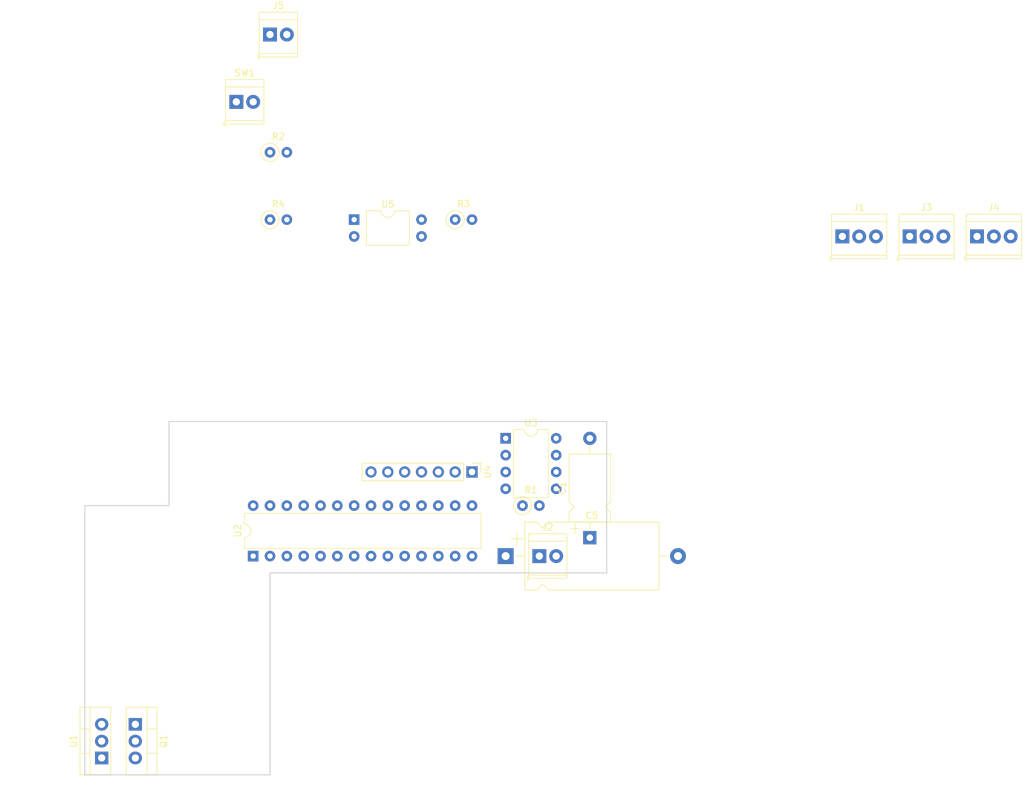
<source format=kicad_pcb>
(kicad_pcb (version 20171130) (host pcbnew "(5.0.2)-1")

  (general
    (thickness 1.6)
    (drawings 16)
    (tracks 0)
    (zones 0)
    (modules 18)
    (nets 41)
  )

  (page A4)
  (layers
    (0 F.Cu signal)
    (31 B.Cu signal)
    (36 B.SilkS user)
    (37 F.SilkS user)
    (38 B.Mask user)
    (39 F.Mask user)
    (41 Cmts.User user)
    (44 Edge.Cuts user)
    (45 Margin user)
    (46 B.CrtYd user)
    (47 F.CrtYd user)
    (48 B.Fab user)
    (49 F.Fab user)
  )

  (setup
    (last_trace_width 0.1524)
    (user_trace_width 0.254)
    (user_trace_width 0.635)
    (user_trace_width 1.27)
    (user_trace_width 2.54)
    (trace_clearance 0.1524)
    (zone_clearance 0.508)
    (zone_45_only no)
    (trace_min 0.1524)
    (segment_width 0.2)
    (edge_width 0.15)
    (via_size 0.6858)
    (via_drill 0.3302)
    (via_min_size 0.508)
    (via_min_drill 0.254)
    (uvia_size 0.6858)
    (uvia_drill 0.3302)
    (uvias_allowed no)
    (uvia_min_size 0.2)
    (uvia_min_drill 0.1)
    (pcb_text_width 0.3)
    (pcb_text_size 1.5 1.5)
    (mod_edge_width 0.15)
    (mod_text_size 1 1)
    (mod_text_width 0.15)
    (pad_size 1.524 1.524)
    (pad_drill 0.762)
    (pad_to_mask_clearance 0.0508)
    (solder_mask_min_width 0.25)
    (aux_axis_origin 0 0)
    (visible_elements 7FFFF7FF)
    (pcbplotparams
      (layerselection 0x010fc_ffffffff)
      (usegerberextensions false)
      (usegerberattributes false)
      (usegerberadvancedattributes false)
      (creategerberjobfile false)
      (excludeedgelayer true)
      (linewidth 0.100000)
      (plotframeref false)
      (viasonmask false)
      (mode 1)
      (useauxorigin false)
      (hpglpennumber 1)
      (hpglpenspeed 20)
      (hpglpendiameter 15.000000)
      (psnegative false)
      (psa4output false)
      (plotreference true)
      (plotvalue true)
      (plotinvisibletext false)
      (padsonsilk false)
      (subtractmaskfromsilk false)
      (outputformat 1)
      (mirror false)
      (drillshape 1)
      (scaleselection 1)
      (outputdirectory ""))
  )

  (net 0 "")
  (net 1 "Net-(C1-Pad1)")
  (net 2 "Net-(C1-Pad2)")
  (net 3 "Net-(C5-Pad2)")
  (net 4 /led_bl3)
  (net 5 +3V3)
  (net 6 +9V)
  (net 7 "Net-(U2-Pad1)")
  (net 8 "Net-(U2-Pad3)")
  (net 9 "Net-(U2-Pad4)")
  (net 10 "Net-(U2-Pad20)")
  (net 11 "Net-(U2-Pad21)")
  (net 12 "Net-(U2-Pad10)")
  (net 13 "Net-(U2-Pad11)")
  (net 14 "Net-(U2-Pad12)")
  (net 15 "Net-(U2-Pad13)")
  (net 16 /sd_cs)
  (net 17 /sd_di)
  (net 18 /sd_do)
  (net 19 /sd_sck)
  (net 20 /led_bl0)
  (net 21 /led_bl1)
  (net 22 /led_bs0)
  (net 23 /led_bs1)
  (net 24 /led_bl2)
  (net 25 "Net-(U2-Pad14)")
  (net 26 "Net-(C5-Pad1)")
  (net 27 BGND)
  (net 28 DGND)
  (net 29 "Net-(Q1-Pad2)")
  (net 30 "Net-(R1-Pad1)")
  (net 31 "Net-(R3-Pad1)")
  (net 32 PWR_OFF)
  (net 33 "Net-(R4-Pad2)")
  (net 34 "Net-(U2-Pad2)")
  (net 35 "Net-(U3-Pad1)")
  (net 36 "Net-(U3-Pad7)")
  (net 37 "Net-(U3-Pad8)")
  (net 38 "Net-(U2-Pad5)")
  (net 39 "Net-(U4-Pad1)")
  (net 40 "Net-(U2-Pad6)")

  (net_class Default "This is the default net class."
    (clearance 0.1524)
    (trace_width 0.1524)
    (via_dia 0.6858)
    (via_drill 0.3302)
    (uvia_dia 0.6858)
    (uvia_drill 0.3302)
    (add_net +3V3)
    (add_net +9V)
    (add_net /led_bl0)
    (add_net /led_bl1)
    (add_net /led_bl2)
    (add_net /led_bl3)
    (add_net /led_bs0)
    (add_net /led_bs1)
    (add_net /sd_cs)
    (add_net /sd_di)
    (add_net /sd_do)
    (add_net /sd_sck)
    (add_net BGND)
    (add_net DGND)
    (add_net "Net-(C1-Pad1)")
    (add_net "Net-(C1-Pad2)")
    (add_net "Net-(C5-Pad1)")
    (add_net "Net-(C5-Pad2)")
    (add_net "Net-(Q1-Pad2)")
    (add_net "Net-(R1-Pad1)")
    (add_net "Net-(R3-Pad1)")
    (add_net "Net-(R4-Pad2)")
    (add_net "Net-(U2-Pad1)")
    (add_net "Net-(U2-Pad10)")
    (add_net "Net-(U2-Pad11)")
    (add_net "Net-(U2-Pad12)")
    (add_net "Net-(U2-Pad13)")
    (add_net "Net-(U2-Pad14)")
    (add_net "Net-(U2-Pad2)")
    (add_net "Net-(U2-Pad20)")
    (add_net "Net-(U2-Pad21)")
    (add_net "Net-(U2-Pad3)")
    (add_net "Net-(U2-Pad4)")
    (add_net "Net-(U2-Pad5)")
    (add_net "Net-(U2-Pad6)")
    (add_net "Net-(U3-Pad1)")
    (add_net "Net-(U3-Pad7)")
    (add_net "Net-(U3-Pad8)")
    (add_net "Net-(U4-Pad1)")
    (add_net PWR_OFF)
  )

  (module Package_DIP:DIP-28_W7.62mm (layer F.Cu) (tedit 5A02E8C5) (tstamp 5D72749F)
    (at 50.8 144.78 90)
    (descr "28-lead though-hole mounted DIP package, row spacing 7.62 mm (300 mils)")
    (tags "THT DIP DIL PDIP 2.54mm 7.62mm 300mil")
    (path /5BB68499)
    (fp_text reference U2 (at 3.81 -2.33 90) (layer F.SilkS)
      (effects (font (size 1 1) (thickness 0.15)))
    )
    (fp_text value ATmega328P-PU (at 3.81 35.35 90) (layer F.Fab)
      (effects (font (size 1 1) (thickness 0.15)))
    )
    (fp_arc (start 3.81 -1.33) (end 2.81 -1.33) (angle -180) (layer F.SilkS) (width 0.12))
    (fp_line (start 1.635 -1.27) (end 6.985 -1.27) (layer F.Fab) (width 0.1))
    (fp_line (start 6.985 -1.27) (end 6.985 34.29) (layer F.Fab) (width 0.1))
    (fp_line (start 6.985 34.29) (end 0.635 34.29) (layer F.Fab) (width 0.1))
    (fp_line (start 0.635 34.29) (end 0.635 -0.27) (layer F.Fab) (width 0.1))
    (fp_line (start 0.635 -0.27) (end 1.635 -1.27) (layer F.Fab) (width 0.1))
    (fp_line (start 2.81 -1.33) (end 1.16 -1.33) (layer F.SilkS) (width 0.12))
    (fp_line (start 1.16 -1.33) (end 1.16 34.35) (layer F.SilkS) (width 0.12))
    (fp_line (start 1.16 34.35) (end 6.46 34.35) (layer F.SilkS) (width 0.12))
    (fp_line (start 6.46 34.35) (end 6.46 -1.33) (layer F.SilkS) (width 0.12))
    (fp_line (start 6.46 -1.33) (end 4.81 -1.33) (layer F.SilkS) (width 0.12))
    (fp_line (start -1.1 -1.55) (end -1.1 34.55) (layer F.CrtYd) (width 0.05))
    (fp_line (start -1.1 34.55) (end 8.7 34.55) (layer F.CrtYd) (width 0.05))
    (fp_line (start 8.7 34.55) (end 8.7 -1.55) (layer F.CrtYd) (width 0.05))
    (fp_line (start 8.7 -1.55) (end -1.1 -1.55) (layer F.CrtYd) (width 0.05))
    (fp_text user %R (at 3.81 16.51 90) (layer F.Fab)
      (effects (font (size 1 1) (thickness 0.15)))
    )
    (pad 1 thru_hole rect (at 0 0 90) (size 1.6 1.6) (drill 0.8) (layers *.Cu *.Mask)
      (net 7 "Net-(U2-Pad1)"))
    (pad 15 thru_hole oval (at 7.62 33.02 90) (size 1.6 1.6) (drill 0.8) (layers *.Cu *.Mask)
      (net 30 "Net-(R1-Pad1)"))
    (pad 2 thru_hole oval (at 0 2.54 90) (size 1.6 1.6) (drill 0.8) (layers *.Cu *.Mask)
      (net 34 "Net-(U2-Pad2)"))
    (pad 16 thru_hole oval (at 7.62 30.48 90) (size 1.6 1.6) (drill 0.8) (layers *.Cu *.Mask)
      (net 16 /sd_cs))
    (pad 3 thru_hole oval (at 0 5.08 90) (size 1.6 1.6) (drill 0.8) (layers *.Cu *.Mask)
      (net 8 "Net-(U2-Pad3)"))
    (pad 17 thru_hole oval (at 7.62 27.94 90) (size 1.6 1.6) (drill 0.8) (layers *.Cu *.Mask)
      (net 17 /sd_di))
    (pad 4 thru_hole oval (at 0 7.62 90) (size 1.6 1.6) (drill 0.8) (layers *.Cu *.Mask)
      (net 9 "Net-(U2-Pad4)"))
    (pad 18 thru_hole oval (at 7.62 25.4 90) (size 1.6 1.6) (drill 0.8) (layers *.Cu *.Mask)
      (net 18 /sd_do))
    (pad 5 thru_hole oval (at 0 10.16 90) (size 1.6 1.6) (drill 0.8) (layers *.Cu *.Mask)
      (net 38 "Net-(U2-Pad5)"))
    (pad 19 thru_hole oval (at 7.62 22.86 90) (size 1.6 1.6) (drill 0.8) (layers *.Cu *.Mask)
      (net 19 /sd_sck))
    (pad 6 thru_hole oval (at 0 12.7 90) (size 1.6 1.6) (drill 0.8) (layers *.Cu *.Mask)
      (net 40 "Net-(U2-Pad6)"))
    (pad 20 thru_hole oval (at 7.62 20.32 90) (size 1.6 1.6) (drill 0.8) (layers *.Cu *.Mask)
      (net 10 "Net-(U2-Pad20)"))
    (pad 7 thru_hole oval (at 0 15.24 90) (size 1.6 1.6) (drill 0.8) (layers *.Cu *.Mask)
      (net 5 +3V3))
    (pad 21 thru_hole oval (at 7.62 17.78 90) (size 1.6 1.6) (drill 0.8) (layers *.Cu *.Mask)
      (net 11 "Net-(U2-Pad21)"))
    (pad 8 thru_hole oval (at 0 17.78 90) (size 1.6 1.6) (drill 0.8) (layers *.Cu *.Mask)
      (net 28 DGND))
    (pad 22 thru_hole oval (at 7.62 15.24 90) (size 1.6 1.6) (drill 0.8) (layers *.Cu *.Mask)
      (net 28 DGND))
    (pad 9 thru_hole oval (at 0 20.32 90) (size 1.6 1.6) (drill 0.8) (layers *.Cu *.Mask)
      (net 32 PWR_OFF))
    (pad 23 thru_hole oval (at 7.62 12.7 90) (size 1.6 1.6) (drill 0.8) (layers *.Cu *.Mask)
      (net 20 /led_bl0))
    (pad 10 thru_hole oval (at 0 22.86 90) (size 1.6 1.6) (drill 0.8) (layers *.Cu *.Mask)
      (net 12 "Net-(U2-Pad10)"))
    (pad 24 thru_hole oval (at 7.62 10.16 90) (size 1.6 1.6) (drill 0.8) (layers *.Cu *.Mask)
      (net 21 /led_bl1))
    (pad 11 thru_hole oval (at 0 25.4 90) (size 1.6 1.6) (drill 0.8) (layers *.Cu *.Mask)
      (net 13 "Net-(U2-Pad11)"))
    (pad 25 thru_hole oval (at 7.62 7.62 90) (size 1.6 1.6) (drill 0.8) (layers *.Cu *.Mask)
      (net 22 /led_bs0))
    (pad 12 thru_hole oval (at 0 27.94 90) (size 1.6 1.6) (drill 0.8) (layers *.Cu *.Mask)
      (net 14 "Net-(U2-Pad12)"))
    (pad 26 thru_hole oval (at 7.62 5.08 90) (size 1.6 1.6) (drill 0.8) (layers *.Cu *.Mask)
      (net 24 /led_bl2))
    (pad 13 thru_hole oval (at 0 30.48 90) (size 1.6 1.6) (drill 0.8) (layers *.Cu *.Mask)
      (net 15 "Net-(U2-Pad13)"))
    (pad 27 thru_hole oval (at 7.62 2.54 90) (size 1.6 1.6) (drill 0.8) (layers *.Cu *.Mask)
      (net 4 /led_bl3))
    (pad 14 thru_hole oval (at 0 33.02 90) (size 1.6 1.6) (drill 0.8) (layers *.Cu *.Mask)
      (net 25 "Net-(U2-Pad14)"))
    (pad 28 thru_hole oval (at 7.62 0 90) (size 1.6 1.6) (drill 0.8) (layers *.Cu *.Mask)
      (net 23 /led_bs1))
    (model ${KISYS3DMOD}/Package_DIP.3dshapes/DIP-28_W7.62mm.wrl
      (at (xyz 0 0 0))
      (scale (xyz 1 1 1))
      (rotate (xyz 0 0 0))
    )
  )

  (module Connector_PinHeader_2.54mm:PinHeader_1x07_P2.54mm_Vertical (layer F.Cu) (tedit 59FED5CC) (tstamp 5D727B0F)
    (at 83.82 132.08 270)
    (descr "Through hole straight pin header, 1x07, 2.54mm pitch, single row")
    (tags "Through hole pin header THT 1x07 2.54mm single row")
    (path /5BB68AD9)
    (fp_text reference U4 (at 0 -2.33 270) (layer F.SilkS)
      (effects (font (size 1 1) (thickness 0.15)))
    )
    (fp_text value BOB-00544 (at 0 17.57 270) (layer F.Fab)
      (effects (font (size 1 1) (thickness 0.15)))
    )
    (fp_line (start -0.635 -1.27) (end 1.27 -1.27) (layer F.Fab) (width 0.1))
    (fp_line (start 1.27 -1.27) (end 1.27 16.51) (layer F.Fab) (width 0.1))
    (fp_line (start 1.27 16.51) (end -1.27 16.51) (layer F.Fab) (width 0.1))
    (fp_line (start -1.27 16.51) (end -1.27 -0.635) (layer F.Fab) (width 0.1))
    (fp_line (start -1.27 -0.635) (end -0.635 -1.27) (layer F.Fab) (width 0.1))
    (fp_line (start -1.33 16.57) (end 1.33 16.57) (layer F.SilkS) (width 0.12))
    (fp_line (start -1.33 1.27) (end -1.33 16.57) (layer F.SilkS) (width 0.12))
    (fp_line (start 1.33 1.27) (end 1.33 16.57) (layer F.SilkS) (width 0.12))
    (fp_line (start -1.33 1.27) (end 1.33 1.27) (layer F.SilkS) (width 0.12))
    (fp_line (start -1.33 0) (end -1.33 -1.33) (layer F.SilkS) (width 0.12))
    (fp_line (start -1.33 -1.33) (end 0 -1.33) (layer F.SilkS) (width 0.12))
    (fp_line (start -1.8 -1.8) (end -1.8 17.05) (layer F.CrtYd) (width 0.05))
    (fp_line (start -1.8 17.05) (end 1.8 17.05) (layer F.CrtYd) (width 0.05))
    (fp_line (start 1.8 17.05) (end 1.8 -1.8) (layer F.CrtYd) (width 0.05))
    (fp_line (start 1.8 -1.8) (end -1.8 -1.8) (layer F.CrtYd) (width 0.05))
    (fp_text user %R (at 0 7.62) (layer F.Fab)
      (effects (font (size 1 1) (thickness 0.15)))
    )
    (pad 1 thru_hole rect (at 0 0 270) (size 1.7 1.7) (drill 1) (layers *.Cu *.Mask)
      (net 39 "Net-(U4-Pad1)"))
    (pad 2 thru_hole oval (at 0 2.54 270) (size 1.7 1.7) (drill 1) (layers *.Cu *.Mask)
      (net 18 /sd_do))
    (pad 3 thru_hole oval (at 0 5.08 270) (size 1.7 1.7) (drill 1) (layers *.Cu *.Mask)
      (net 28 DGND))
    (pad 4 thru_hole oval (at 0 7.62 270) (size 1.7 1.7) (drill 1) (layers *.Cu *.Mask)
      (net 19 /sd_sck))
    (pad 5 thru_hole oval (at 0 10.16 270) (size 1.7 1.7) (drill 1) (layers *.Cu *.Mask)
      (net 5 +3V3))
    (pad 6 thru_hole oval (at 0 12.7 270) (size 1.7 1.7) (drill 1) (layers *.Cu *.Mask)
      (net 17 /sd_di))
    (pad 7 thru_hole oval (at 0 15.24 270) (size 1.7 1.7) (drill 1) (layers *.Cu *.Mask)
      (net 16 /sd_cs))
    (model ${KISYS3DMOD}/Connector_PinHeader_2.54mm.3dshapes/PinHeader_1x07_P2.54mm_Vertical.wrl
      (at (xyz 0 0 0))
      (scale (xyz 1 1 1))
      (rotate (xyz 0 0 0))
    )
  )

  (module Capacitor_THT:CP_Axial_L10.0mm_D6.0mm_P15.00mm_Horizontal (layer F.Cu) (tedit 5AE50EF2) (tstamp 5D7298C2)
    (at 101.6 142 90)
    (descr "CP, Axial series, Axial, Horizontal, pin pitch=15mm, , length*diameter=10*6mm^2, Electrolytic Capacitor, , http://www.vishay.com/docs/28325/021asm.pdf")
    (tags "CP Axial series Axial Horizontal pin pitch 15mm  length 10mm diameter 6mm Electrolytic Capacitor")
    (path /5BBE6099)
    (fp_text reference C1 (at 7.5 -4.12 90) (layer F.SilkS)
      (effects (font (size 1 1) (thickness 0.15)))
    )
    (fp_text value 10uF (at 7.5 4.12 90) (layer F.Fab)
      (effects (font (size 1 1) (thickness 0.15)))
    )
    (fp_line (start 2.5 -3) (end 2.5 3) (layer F.Fab) (width 0.1))
    (fp_line (start 12.5 -3) (end 12.5 3) (layer F.Fab) (width 0.1))
    (fp_line (start 2.5 -3) (end 3.88 -3) (layer F.Fab) (width 0.1))
    (fp_line (start 3.88 -3) (end 4.63 -2.25) (layer F.Fab) (width 0.1))
    (fp_line (start 4.63 -2.25) (end 5.38 -3) (layer F.Fab) (width 0.1))
    (fp_line (start 5.38 -3) (end 12.5 -3) (layer F.Fab) (width 0.1))
    (fp_line (start 2.5 3) (end 3.88 3) (layer F.Fab) (width 0.1))
    (fp_line (start 3.88 3) (end 4.63 2.25) (layer F.Fab) (width 0.1))
    (fp_line (start 4.63 2.25) (end 5.38 3) (layer F.Fab) (width 0.1))
    (fp_line (start 5.38 3) (end 12.5 3) (layer F.Fab) (width 0.1))
    (fp_line (start 0 0) (end 2.5 0) (layer F.Fab) (width 0.1))
    (fp_line (start 15 0) (end 12.5 0) (layer F.Fab) (width 0.1))
    (fp_line (start 3.9 0) (end 5.4 0) (layer F.Fab) (width 0.1))
    (fp_line (start 4.65 -0.75) (end 4.65 0.75) (layer F.Fab) (width 0.1))
    (fp_line (start 0.63 -2.2) (end 2.13 -2.2) (layer F.SilkS) (width 0.12))
    (fp_line (start 1.38 -2.95) (end 1.38 -1.45) (layer F.SilkS) (width 0.12))
    (fp_line (start 2.38 -3.12) (end 2.38 3.12) (layer F.SilkS) (width 0.12))
    (fp_line (start 12.62 -3.12) (end 12.62 3.12) (layer F.SilkS) (width 0.12))
    (fp_line (start 2.38 -3.12) (end 3.88 -3.12) (layer F.SilkS) (width 0.12))
    (fp_line (start 3.88 -3.12) (end 4.63 -2.37) (layer F.SilkS) (width 0.12))
    (fp_line (start 4.63 -2.37) (end 5.38 -3.12) (layer F.SilkS) (width 0.12))
    (fp_line (start 5.38 -3.12) (end 12.62 -3.12) (layer F.SilkS) (width 0.12))
    (fp_line (start 2.38 3.12) (end 3.88 3.12) (layer F.SilkS) (width 0.12))
    (fp_line (start 3.88 3.12) (end 4.63 2.37) (layer F.SilkS) (width 0.12))
    (fp_line (start 4.63 2.37) (end 5.38 3.12) (layer F.SilkS) (width 0.12))
    (fp_line (start 5.38 3.12) (end 12.62 3.12) (layer F.SilkS) (width 0.12))
    (fp_line (start 1.24 0) (end 2.38 0) (layer F.SilkS) (width 0.12))
    (fp_line (start 13.76 0) (end 12.62 0) (layer F.SilkS) (width 0.12))
    (fp_line (start -1.25 -3.25) (end -1.25 3.25) (layer F.CrtYd) (width 0.05))
    (fp_line (start -1.25 3.25) (end 16.25 3.25) (layer F.CrtYd) (width 0.05))
    (fp_line (start 16.25 3.25) (end 16.25 -3.25) (layer F.CrtYd) (width 0.05))
    (fp_line (start 16.25 -3.25) (end -1.25 -3.25) (layer F.CrtYd) (width 0.05))
    (fp_text user %R (at 7.5 0 90) (layer F.Fab)
      (effects (font (size 1 1) (thickness 0.15)))
    )
    (pad 1 thru_hole rect (at 0 0 90) (size 2 2) (drill 1) (layers *.Cu *.Mask)
      (net 1 "Net-(C1-Pad1)"))
    (pad 2 thru_hole oval (at 15 0 90) (size 2 2) (drill 1) (layers *.Cu *.Mask)
      (net 2 "Net-(C1-Pad2)"))
    (model ${KISYS3DMOD}/Capacitor_THT.3dshapes/CP_Axial_L10.0mm_D6.0mm_P15.00mm_Horizontal.wrl
      (at (xyz 0 0 0))
      (scale (xyz 1 1 1))
      (rotate (xyz 0 0 0))
    )
  )

  (module Capacitor_THT:CP_Axial_L20.0mm_D10.0mm_P26.00mm_Horizontal (layer F.Cu) (tedit 5AE50EF2) (tstamp 5D729B16)
    (at 88.9 144.78)
    (descr "CP, Axial series, Axial, Horizontal, pin pitch=26mm, , length*diameter=20*10mm^2, Electrolytic Capacitor, , http://www.kemet.com/Lists/ProductCatalog/Attachments/424/KEM_AC102.pdf")
    (tags "CP Axial series Axial Horizontal pin pitch 26mm  length 20mm diameter 10mm Electrolytic Capacitor")
    (path /5BB76434)
    (fp_text reference C5 (at 13 -6.12) (layer F.SilkS)
      (effects (font (size 1 1) (thickness 0.15)))
    )
    (fp_text value 250uF (at 13 6.12) (layer F.Fab)
      (effects (font (size 1 1) (thickness 0.15)))
    )
    (fp_line (start 3 -5) (end 3 5) (layer F.Fab) (width 0.1))
    (fp_line (start 23 -5) (end 23 5) (layer F.Fab) (width 0.1))
    (fp_line (start 3 -5) (end 4.68 -5) (layer F.Fab) (width 0.1))
    (fp_line (start 4.68 -5) (end 5.58 -4.1) (layer F.Fab) (width 0.1))
    (fp_line (start 5.58 -4.1) (end 6.48 -5) (layer F.Fab) (width 0.1))
    (fp_line (start 6.48 -5) (end 23 -5) (layer F.Fab) (width 0.1))
    (fp_line (start 3 5) (end 4.68 5) (layer F.Fab) (width 0.1))
    (fp_line (start 4.68 5) (end 5.58 4.1) (layer F.Fab) (width 0.1))
    (fp_line (start 5.58 4.1) (end 6.48 5) (layer F.Fab) (width 0.1))
    (fp_line (start 6.48 5) (end 23 5) (layer F.Fab) (width 0.1))
    (fp_line (start 0 0) (end 3 0) (layer F.Fab) (width 0.1))
    (fp_line (start 26 0) (end 23 0) (layer F.Fab) (width 0.1))
    (fp_line (start 4.7 0) (end 6.5 0) (layer F.Fab) (width 0.1))
    (fp_line (start 5.6 -0.9) (end 5.6 0.9) (layer F.Fab) (width 0.1))
    (fp_line (start 0.78 -2.6) (end 2.58 -2.6) (layer F.SilkS) (width 0.12))
    (fp_line (start 1.68 -3.5) (end 1.68 -1.7) (layer F.SilkS) (width 0.12))
    (fp_line (start 2.88 -5.12) (end 2.88 5.12) (layer F.SilkS) (width 0.12))
    (fp_line (start 23.12 -5.12) (end 23.12 5.12) (layer F.SilkS) (width 0.12))
    (fp_line (start 2.88 -5.12) (end 4.68 -5.12) (layer F.SilkS) (width 0.12))
    (fp_line (start 4.68 -5.12) (end 5.58 -4.22) (layer F.SilkS) (width 0.12))
    (fp_line (start 5.58 -4.22) (end 6.48 -5.12) (layer F.SilkS) (width 0.12))
    (fp_line (start 6.48 -5.12) (end 23.12 -5.12) (layer F.SilkS) (width 0.12))
    (fp_line (start 2.88 5.12) (end 4.68 5.12) (layer F.SilkS) (width 0.12))
    (fp_line (start 4.68 5.12) (end 5.58 4.22) (layer F.SilkS) (width 0.12))
    (fp_line (start 5.58 4.22) (end 6.48 5.12) (layer F.SilkS) (width 0.12))
    (fp_line (start 6.48 5.12) (end 23.12 5.12) (layer F.SilkS) (width 0.12))
    (fp_line (start 1.44 0) (end 2.88 0) (layer F.SilkS) (width 0.12))
    (fp_line (start 24.56 0) (end 23.12 0) (layer F.SilkS) (width 0.12))
    (fp_line (start -1.45 -5.25) (end -1.45 5.25) (layer F.CrtYd) (width 0.05))
    (fp_line (start -1.45 5.25) (end 27.45 5.25) (layer F.CrtYd) (width 0.05))
    (fp_line (start 27.45 5.25) (end 27.45 -5.25) (layer F.CrtYd) (width 0.05))
    (fp_line (start 27.45 -5.25) (end -1.45 -5.25) (layer F.CrtYd) (width 0.05))
    (fp_text user %R (at 13 0) (layer F.Fab)
      (effects (font (size 1 1) (thickness 0.15)))
    )
    (pad 1 thru_hole rect (at 0 0) (size 2.4 2.4) (drill 1.2) (layers *.Cu *.Mask)
      (net 26 "Net-(C5-Pad1)"))
    (pad 2 thru_hole oval (at 26 0) (size 2.4 2.4) (drill 1.2) (layers *.Cu *.Mask)
      (net 3 "Net-(C5-Pad2)"))
    (model ${KISYS3DMOD}/Capacitor_THT.3dshapes/CP_Axial_L20.0mm_D10.0mm_P26.00mm_Horizontal.wrl
      (at (xyz 0 0 0))
      (scale (xyz 1 1 1))
      (rotate (xyz 0 0 0))
    )
  )

  (module TerminalBlock_TE-Connectivity:TerminalBlock_TE_282834-3_1x03_P2.54mm_Horizontal (layer F.Cu) (tedit 5B1EC513) (tstamp 5D72821D)
    (at 139.7 96.52)
    (descr "Terminal Block TE 282834-3, 3 pins, pitch 2.54mm, size 8.08x6.5mm^2, drill diamater 1.1mm, pad diameter 2.1mm, see http://www.te.com/commerce/DocumentDelivery/DDEController?Action=showdoc&DocId=Customer+Drawing%7F282834%7FC1%7Fpdf%7FEnglish%7FENG_CD_282834_C1.pdf, script-generated using https://github.com/pointhi/kicad-footprint-generator/scripts/TerminalBlock_TE-Connectivity")
    (tags "THT Terminal Block TE 282834-3 pitch 2.54mm size 8.08x6.5mm^2 drill 1.1mm pad 2.1mm")
    (path /5BC32DBF)
    (fp_text reference J1 (at 2.54 -4.37) (layer F.SilkS)
      (effects (font (size 1 1) (thickness 0.15)))
    )
    (fp_text value led_a (at 2.54 4.37) (layer F.Fab)
      (effects (font (size 1 1) (thickness 0.15)))
    )
    (fp_circle (center 0 0) (end 1.1 0) (layer F.Fab) (width 0.1))
    (fp_circle (center 2.54 0) (end 3.64 0) (layer F.Fab) (width 0.1))
    (fp_circle (center 5.08 0) (end 6.18 0) (layer F.Fab) (width 0.1))
    (fp_line (start -1.5 -3.25) (end 6.58 -3.25) (layer F.Fab) (width 0.1))
    (fp_line (start 6.58 -3.25) (end 6.58 3.25) (layer F.Fab) (width 0.1))
    (fp_line (start 6.58 3.25) (end -1.1 3.25) (layer F.Fab) (width 0.1))
    (fp_line (start -1.1 3.25) (end -1.5 2.85) (layer F.Fab) (width 0.1))
    (fp_line (start -1.5 2.85) (end -1.5 -3.25) (layer F.Fab) (width 0.1))
    (fp_line (start -1.5 2.85) (end 6.58 2.85) (layer F.Fab) (width 0.1))
    (fp_line (start -1.62 2.85) (end 6.7 2.85) (layer F.SilkS) (width 0.12))
    (fp_line (start -1.5 -2.25) (end 6.58 -2.25) (layer F.Fab) (width 0.1))
    (fp_line (start -1.62 -2.25) (end 6.7 -2.25) (layer F.SilkS) (width 0.12))
    (fp_line (start -1.62 -3.37) (end 6.7 -3.37) (layer F.SilkS) (width 0.12))
    (fp_line (start -1.62 3.37) (end 6.7 3.37) (layer F.SilkS) (width 0.12))
    (fp_line (start -1.62 -3.37) (end -1.62 3.37) (layer F.SilkS) (width 0.12))
    (fp_line (start 6.7 -3.37) (end 6.7 3.37) (layer F.SilkS) (width 0.12))
    (fp_line (start 0.835 -0.7) (end -0.701 0.835) (layer F.Fab) (width 0.1))
    (fp_line (start 0.701 -0.835) (end -0.835 0.7) (layer F.Fab) (width 0.1))
    (fp_line (start 3.375 -0.7) (end 1.84 0.835) (layer F.Fab) (width 0.1))
    (fp_line (start 3.241 -0.835) (end 1.706 0.7) (layer F.Fab) (width 0.1))
    (fp_line (start 5.915 -0.7) (end 4.38 0.835) (layer F.Fab) (width 0.1))
    (fp_line (start 5.781 -0.835) (end 4.246 0.7) (layer F.Fab) (width 0.1))
    (fp_line (start -1.86 2.97) (end -1.86 3.61) (layer F.SilkS) (width 0.12))
    (fp_line (start -1.86 3.61) (end -1.46 3.61) (layer F.SilkS) (width 0.12))
    (fp_line (start -2 -3.75) (end -2 3.75) (layer F.CrtYd) (width 0.05))
    (fp_line (start -2 3.75) (end 7.08 3.75) (layer F.CrtYd) (width 0.05))
    (fp_line (start 7.08 3.75) (end 7.08 -3.75) (layer F.CrtYd) (width 0.05))
    (fp_line (start 7.08 -3.75) (end -2 -3.75) (layer F.CrtYd) (width 0.05))
    (fp_text user %R (at 2.54 2) (layer F.Fab)
      (effects (font (size 1 1) (thickness 0.15)))
    )
    (pad 1 thru_hole rect (at 0 0) (size 2.1 2.1) (drill 1.1) (layers *.Cu *.Mask)
      (net 20 /led_bl0))
    (pad 2 thru_hole circle (at 2.54 0) (size 2.1 2.1) (drill 1.1) (layers *.Cu *.Mask)
      (net 21 /led_bl1))
    (pad 3 thru_hole circle (at 5.08 0) (size 2.1 2.1) (drill 1.1) (layers *.Cu *.Mask)
      (net 22 /led_bs0))
    (model ${KISYS3DMOD}/TerminalBlock_TE-Connectivity.3dshapes/TerminalBlock_TE_282834-3_1x03_P2.54mm_Horizontal.wrl
      (at (xyz 0 0 0))
      (scale (xyz 1 1 1))
      (rotate (xyz 0 0 0))
    )
  )

  (module TerminalBlock_TE-Connectivity:TerminalBlock_TE_282834-2_1x02_P2.54mm_Horizontal (layer F.Cu) (tedit 5B1EC513) (tstamp 5D728CD5)
    (at 93.98 144.78)
    (descr "Terminal Block TE 282834-2, 2 pins, pitch 2.54mm, size 5.54x6.5mm^2, drill diamater 1.1mm, pad diameter 2.1mm, see http://www.te.com/commerce/DocumentDelivery/DDEController?Action=showdoc&DocId=Customer+Drawing%7F282834%7FC1%7Fpdf%7FEnglish%7FENG_CD_282834_C1.pdf, script-generated using https://github.com/pointhi/kicad-footprint-generator/scripts/TerminalBlock_TE-Connectivity")
    (tags "THT Terminal Block TE 282834-2 pitch 2.54mm size 5.54x6.5mm^2 drill 1.1mm pad 2.1mm")
    (path /5BBBC1CA)
    (fp_text reference J2 (at 1.27 -4.37) (layer F.SilkS)
      (effects (font (size 1 1) (thickness 0.15)))
    )
    (fp_text value speaker_out (at 1.27 4.37) (layer F.Fab)
      (effects (font (size 1 1) (thickness 0.15)))
    )
    (fp_text user %R (at 1.27 2) (layer F.Fab)
      (effects (font (size 1 1) (thickness 0.15)))
    )
    (fp_line (start 4.54 -3.75) (end -2 -3.75) (layer F.CrtYd) (width 0.05))
    (fp_line (start 4.54 3.75) (end 4.54 -3.75) (layer F.CrtYd) (width 0.05))
    (fp_line (start -2 3.75) (end 4.54 3.75) (layer F.CrtYd) (width 0.05))
    (fp_line (start -2 -3.75) (end -2 3.75) (layer F.CrtYd) (width 0.05))
    (fp_line (start -1.86 3.61) (end -1.46 3.61) (layer F.SilkS) (width 0.12))
    (fp_line (start -1.86 2.97) (end -1.86 3.61) (layer F.SilkS) (width 0.12))
    (fp_line (start 3.241 -0.835) (end 1.706 0.7) (layer F.Fab) (width 0.1))
    (fp_line (start 3.375 -0.7) (end 1.84 0.835) (layer F.Fab) (width 0.1))
    (fp_line (start 0.701 -0.835) (end -0.835 0.7) (layer F.Fab) (width 0.1))
    (fp_line (start 0.835 -0.7) (end -0.701 0.835) (layer F.Fab) (width 0.1))
    (fp_line (start 4.16 -3.37) (end 4.16 3.37) (layer F.SilkS) (width 0.12))
    (fp_line (start -1.62 -3.37) (end -1.62 3.37) (layer F.SilkS) (width 0.12))
    (fp_line (start -1.62 3.37) (end 4.16 3.37) (layer F.SilkS) (width 0.12))
    (fp_line (start -1.62 -3.37) (end 4.16 -3.37) (layer F.SilkS) (width 0.12))
    (fp_line (start -1.62 -2.25) (end 4.16 -2.25) (layer F.SilkS) (width 0.12))
    (fp_line (start -1.5 -2.25) (end 4.04 -2.25) (layer F.Fab) (width 0.1))
    (fp_line (start -1.62 2.85) (end 4.16 2.85) (layer F.SilkS) (width 0.12))
    (fp_line (start -1.5 2.85) (end 4.04 2.85) (layer F.Fab) (width 0.1))
    (fp_line (start -1.5 2.85) (end -1.5 -3.25) (layer F.Fab) (width 0.1))
    (fp_line (start -1.1 3.25) (end -1.5 2.85) (layer F.Fab) (width 0.1))
    (fp_line (start 4.04 3.25) (end -1.1 3.25) (layer F.Fab) (width 0.1))
    (fp_line (start 4.04 -3.25) (end 4.04 3.25) (layer F.Fab) (width 0.1))
    (fp_line (start -1.5 -3.25) (end 4.04 -3.25) (layer F.Fab) (width 0.1))
    (fp_circle (center 2.54 0) (end 3.64 0) (layer F.Fab) (width 0.1))
    (fp_circle (center 0 0) (end 1.1 0) (layer F.Fab) (width 0.1))
    (pad 2 thru_hole circle (at 2.54 0) (size 2.1 2.1) (drill 1.1) (layers *.Cu *.Mask)
      (net 27 BGND))
    (pad 1 thru_hole rect (at 0 0) (size 2.1 2.1) (drill 1.1) (layers *.Cu *.Mask)
      (net 3 "Net-(C5-Pad2)"))
    (model ${KISYS3DMOD}/TerminalBlock_TE-Connectivity.3dshapes/TerminalBlock_TE_282834-2_1x02_P2.54mm_Horizontal.wrl
      (at (xyz 0 0 0))
      (scale (xyz 1 1 1))
      (rotate (xyz 0 0 0))
    )
  )

  (module TerminalBlock_TE-Connectivity:TerminalBlock_TE_282834-3_1x03_P2.54mm_Horizontal (layer F.Cu) (tedit 5B1EC513) (tstamp 5D728261)
    (at 149.86 96.52)
    (descr "Terminal Block TE 282834-3, 3 pins, pitch 2.54mm, size 8.08x6.5mm^2, drill diamater 1.1mm, pad diameter 2.1mm, see http://www.te.com/commerce/DocumentDelivery/DDEController?Action=showdoc&DocId=Customer+Drawing%7F282834%7FC1%7Fpdf%7FEnglish%7FENG_CD_282834_C1.pdf, script-generated using https://github.com/pointhi/kicad-footprint-generator/scripts/TerminalBlock_TE-Connectivity")
    (tags "THT Terminal Block TE 282834-3 pitch 2.54mm size 8.08x6.5mm^2 drill 1.1mm pad 2.1mm")
    (path /5BC32E07)
    (fp_text reference J3 (at 2.54 -4.37) (layer F.SilkS)
      (effects (font (size 1 1) (thickness 0.15)))
    )
    (fp_text value led_b (at 2.54 4.37) (layer F.Fab)
      (effects (font (size 1 1) (thickness 0.15)))
    )
    (fp_text user %R (at 2.54 2) (layer F.Fab)
      (effects (font (size 1 1) (thickness 0.15)))
    )
    (fp_line (start 7.08 -3.75) (end -2 -3.75) (layer F.CrtYd) (width 0.05))
    (fp_line (start 7.08 3.75) (end 7.08 -3.75) (layer F.CrtYd) (width 0.05))
    (fp_line (start -2 3.75) (end 7.08 3.75) (layer F.CrtYd) (width 0.05))
    (fp_line (start -2 -3.75) (end -2 3.75) (layer F.CrtYd) (width 0.05))
    (fp_line (start -1.86 3.61) (end -1.46 3.61) (layer F.SilkS) (width 0.12))
    (fp_line (start -1.86 2.97) (end -1.86 3.61) (layer F.SilkS) (width 0.12))
    (fp_line (start 5.781 -0.835) (end 4.246 0.7) (layer F.Fab) (width 0.1))
    (fp_line (start 5.915 -0.7) (end 4.38 0.835) (layer F.Fab) (width 0.1))
    (fp_line (start 3.241 -0.835) (end 1.706 0.7) (layer F.Fab) (width 0.1))
    (fp_line (start 3.375 -0.7) (end 1.84 0.835) (layer F.Fab) (width 0.1))
    (fp_line (start 0.701 -0.835) (end -0.835 0.7) (layer F.Fab) (width 0.1))
    (fp_line (start 0.835 -0.7) (end -0.701 0.835) (layer F.Fab) (width 0.1))
    (fp_line (start 6.7 -3.37) (end 6.7 3.37) (layer F.SilkS) (width 0.12))
    (fp_line (start -1.62 -3.37) (end -1.62 3.37) (layer F.SilkS) (width 0.12))
    (fp_line (start -1.62 3.37) (end 6.7 3.37) (layer F.SilkS) (width 0.12))
    (fp_line (start -1.62 -3.37) (end 6.7 -3.37) (layer F.SilkS) (width 0.12))
    (fp_line (start -1.62 -2.25) (end 6.7 -2.25) (layer F.SilkS) (width 0.12))
    (fp_line (start -1.5 -2.25) (end 6.58 -2.25) (layer F.Fab) (width 0.1))
    (fp_line (start -1.62 2.85) (end 6.7 2.85) (layer F.SilkS) (width 0.12))
    (fp_line (start -1.5 2.85) (end 6.58 2.85) (layer F.Fab) (width 0.1))
    (fp_line (start -1.5 2.85) (end -1.5 -3.25) (layer F.Fab) (width 0.1))
    (fp_line (start -1.1 3.25) (end -1.5 2.85) (layer F.Fab) (width 0.1))
    (fp_line (start 6.58 3.25) (end -1.1 3.25) (layer F.Fab) (width 0.1))
    (fp_line (start 6.58 -3.25) (end 6.58 3.25) (layer F.Fab) (width 0.1))
    (fp_line (start -1.5 -3.25) (end 6.58 -3.25) (layer F.Fab) (width 0.1))
    (fp_circle (center 5.08 0) (end 6.18 0) (layer F.Fab) (width 0.1))
    (fp_circle (center 2.54 0) (end 3.64 0) (layer F.Fab) (width 0.1))
    (fp_circle (center 0 0) (end 1.1 0) (layer F.Fab) (width 0.1))
    (pad 3 thru_hole circle (at 5.08 0) (size 2.1 2.1) (drill 1.1) (layers *.Cu *.Mask)
      (net 23 /led_bs1))
    (pad 2 thru_hole circle (at 2.54 0) (size 2.1 2.1) (drill 1.1) (layers *.Cu *.Mask)
      (net 4 /led_bl3))
    (pad 1 thru_hole rect (at 0 0) (size 2.1 2.1) (drill 1.1) (layers *.Cu *.Mask)
      (net 24 /led_bl2))
    (model ${KISYS3DMOD}/TerminalBlock_TE-Connectivity.3dshapes/TerminalBlock_TE_282834-3_1x03_P2.54mm_Horizontal.wrl
      (at (xyz 0 0 0))
      (scale (xyz 1 1 1))
      (rotate (xyz 0 0 0))
    )
  )

  (module TerminalBlock_TE-Connectivity:TerminalBlock_TE_282834-3_1x03_P2.54mm_Horizontal (layer F.Cu) (tedit 5B1EC513) (tstamp 5D728285)
    (at 160.02 96.52)
    (descr "Terminal Block TE 282834-3, 3 pins, pitch 2.54mm, size 8.08x6.5mm^2, drill diamater 1.1mm, pad diameter 2.1mm, see http://www.te.com/commerce/DocumentDelivery/DDEController?Action=showdoc&DocId=Customer+Drawing%7F282834%7FC1%7Fpdf%7FEnglish%7FENG_CD_282834_C1.pdf, script-generated using https://github.com/pointhi/kicad-footprint-generator/scripts/TerminalBlock_TE-Connectivity")
    (tags "THT Terminal Block TE 282834-3 pitch 2.54mm size 8.08x6.5mm^2 drill 1.1mm pad 2.1mm")
    (path /5BC32E3D)
    (fp_text reference J4 (at 2.54 -4.37) (layer F.SilkS)
      (effects (font (size 1 1) (thickness 0.15)))
    )
    (fp_text value led_c (at 2.54 4.37) (layer F.Fab)
      (effects (font (size 1 1) (thickness 0.15)))
    )
    (fp_text user %R (at 2.54 2) (layer F.Fab)
      (effects (font (size 1 1) (thickness 0.15)))
    )
    (fp_line (start 7.08 -3.75) (end -2 -3.75) (layer F.CrtYd) (width 0.05))
    (fp_line (start 7.08 3.75) (end 7.08 -3.75) (layer F.CrtYd) (width 0.05))
    (fp_line (start -2 3.75) (end 7.08 3.75) (layer F.CrtYd) (width 0.05))
    (fp_line (start -2 -3.75) (end -2 3.75) (layer F.CrtYd) (width 0.05))
    (fp_line (start -1.86 3.61) (end -1.46 3.61) (layer F.SilkS) (width 0.12))
    (fp_line (start -1.86 2.97) (end -1.86 3.61) (layer F.SilkS) (width 0.12))
    (fp_line (start 5.781 -0.835) (end 4.246 0.7) (layer F.Fab) (width 0.1))
    (fp_line (start 5.915 -0.7) (end 4.38 0.835) (layer F.Fab) (width 0.1))
    (fp_line (start 3.241 -0.835) (end 1.706 0.7) (layer F.Fab) (width 0.1))
    (fp_line (start 3.375 -0.7) (end 1.84 0.835) (layer F.Fab) (width 0.1))
    (fp_line (start 0.701 -0.835) (end -0.835 0.7) (layer F.Fab) (width 0.1))
    (fp_line (start 0.835 -0.7) (end -0.701 0.835) (layer F.Fab) (width 0.1))
    (fp_line (start 6.7 -3.37) (end 6.7 3.37) (layer F.SilkS) (width 0.12))
    (fp_line (start -1.62 -3.37) (end -1.62 3.37) (layer F.SilkS) (width 0.12))
    (fp_line (start -1.62 3.37) (end 6.7 3.37) (layer F.SilkS) (width 0.12))
    (fp_line (start -1.62 -3.37) (end 6.7 -3.37) (layer F.SilkS) (width 0.12))
    (fp_line (start -1.62 -2.25) (end 6.7 -2.25) (layer F.SilkS) (width 0.12))
    (fp_line (start -1.5 -2.25) (end 6.58 -2.25) (layer F.Fab) (width 0.1))
    (fp_line (start -1.62 2.85) (end 6.7 2.85) (layer F.SilkS) (width 0.12))
    (fp_line (start -1.5 2.85) (end 6.58 2.85) (layer F.Fab) (width 0.1))
    (fp_line (start -1.5 2.85) (end -1.5 -3.25) (layer F.Fab) (width 0.1))
    (fp_line (start -1.1 3.25) (end -1.5 2.85) (layer F.Fab) (width 0.1))
    (fp_line (start 6.58 3.25) (end -1.1 3.25) (layer F.Fab) (width 0.1))
    (fp_line (start 6.58 -3.25) (end 6.58 3.25) (layer F.Fab) (width 0.1))
    (fp_line (start -1.5 -3.25) (end 6.58 -3.25) (layer F.Fab) (width 0.1))
    (fp_circle (center 5.08 0) (end 6.18 0) (layer F.Fab) (width 0.1))
    (fp_circle (center 2.54 0) (end 3.64 0) (layer F.Fab) (width 0.1))
    (fp_circle (center 0 0) (end 1.1 0) (layer F.Fab) (width 0.1))
    (pad 3 thru_hole circle (at 5.08 0) (size 2.1 2.1) (drill 1.1) (layers *.Cu *.Mask)
      (net 28 DGND))
    (pad 2 thru_hole circle (at 2.54 0) (size 2.1 2.1) (drill 1.1) (layers *.Cu *.Mask)
      (net 28 DGND))
    (pad 1 thru_hole rect (at 0 0) (size 2.1 2.1) (drill 1.1) (layers *.Cu *.Mask)
      (net 28 DGND))
    (model ${KISYS3DMOD}/TerminalBlock_TE-Connectivity.3dshapes/TerminalBlock_TE_282834-3_1x03_P2.54mm_Horizontal.wrl
      (at (xyz 0 0 0))
      (scale (xyz 1 1 1))
      (rotate (xyz 0 0 0))
    )
  )

  (module TerminalBlock_TE-Connectivity:TerminalBlock_TE_282834-2_1x02_P2.54mm_Horizontal (layer F.Cu) (tedit 5B1EC513) (tstamp 5D7282A5)
    (at 53.34 66.04)
    (descr "Terminal Block TE 282834-2, 2 pins, pitch 2.54mm, size 5.54x6.5mm^2, drill diamater 1.1mm, pad diameter 2.1mm, see http://www.te.com/commerce/DocumentDelivery/DDEController?Action=showdoc&DocId=Customer+Drawing%7F282834%7FC1%7Fpdf%7FEnglish%7FENG_CD_282834_C1.pdf, script-generated using https://github.com/pointhi/kicad-footprint-generator/scripts/TerminalBlock_TE-Connectivity")
    (tags "THT Terminal Block TE 282834-2 pitch 2.54mm size 5.54x6.5mm^2 drill 1.1mm pad 2.1mm")
    (path /5BC339F5)
    (fp_text reference J5 (at 1.27 -4.37) (layer F.SilkS)
      (effects (font (size 1 1) (thickness 0.15)))
    )
    (fp_text value pwr_in (at 1.27 4.37) (layer F.Fab)
      (effects (font (size 1 1) (thickness 0.15)))
    )
    (fp_text user %R (at 1.27 2) (layer F.Fab)
      (effects (font (size 1 1) (thickness 0.15)))
    )
    (fp_line (start 4.54 -3.75) (end -2 -3.75) (layer F.CrtYd) (width 0.05))
    (fp_line (start 4.54 3.75) (end 4.54 -3.75) (layer F.CrtYd) (width 0.05))
    (fp_line (start -2 3.75) (end 4.54 3.75) (layer F.CrtYd) (width 0.05))
    (fp_line (start -2 -3.75) (end -2 3.75) (layer F.CrtYd) (width 0.05))
    (fp_line (start -1.86 3.61) (end -1.46 3.61) (layer F.SilkS) (width 0.12))
    (fp_line (start -1.86 2.97) (end -1.86 3.61) (layer F.SilkS) (width 0.12))
    (fp_line (start 3.241 -0.835) (end 1.706 0.7) (layer F.Fab) (width 0.1))
    (fp_line (start 3.375 -0.7) (end 1.84 0.835) (layer F.Fab) (width 0.1))
    (fp_line (start 0.701 -0.835) (end -0.835 0.7) (layer F.Fab) (width 0.1))
    (fp_line (start 0.835 -0.7) (end -0.701 0.835) (layer F.Fab) (width 0.1))
    (fp_line (start 4.16 -3.37) (end 4.16 3.37) (layer F.SilkS) (width 0.12))
    (fp_line (start -1.62 -3.37) (end -1.62 3.37) (layer F.SilkS) (width 0.12))
    (fp_line (start -1.62 3.37) (end 4.16 3.37) (layer F.SilkS) (width 0.12))
    (fp_line (start -1.62 -3.37) (end 4.16 -3.37) (layer F.SilkS) (width 0.12))
    (fp_line (start -1.62 -2.25) (end 4.16 -2.25) (layer F.SilkS) (width 0.12))
    (fp_line (start -1.5 -2.25) (end 4.04 -2.25) (layer F.Fab) (width 0.1))
    (fp_line (start -1.62 2.85) (end 4.16 2.85) (layer F.SilkS) (width 0.12))
    (fp_line (start -1.5 2.85) (end 4.04 2.85) (layer F.Fab) (width 0.1))
    (fp_line (start -1.5 2.85) (end -1.5 -3.25) (layer F.Fab) (width 0.1))
    (fp_line (start -1.1 3.25) (end -1.5 2.85) (layer F.Fab) (width 0.1))
    (fp_line (start 4.04 3.25) (end -1.1 3.25) (layer F.Fab) (width 0.1))
    (fp_line (start 4.04 -3.25) (end 4.04 3.25) (layer F.Fab) (width 0.1))
    (fp_line (start -1.5 -3.25) (end 4.04 -3.25) (layer F.Fab) (width 0.1))
    (fp_circle (center 2.54 0) (end 3.64 0) (layer F.Fab) (width 0.1))
    (fp_circle (center 0 0) (end 1.1 0) (layer F.Fab) (width 0.1))
    (pad 2 thru_hole circle (at 2.54 0) (size 2.1 2.1) (drill 1.1) (layers *.Cu *.Mask)
      (net 27 BGND))
    (pad 1 thru_hole rect (at 0 0) (size 2.1 2.1) (drill 1.1) (layers *.Cu *.Mask)
      (net 6 +9V))
    (model ${KISYS3DMOD}/TerminalBlock_TE-Connectivity.3dshapes/TerminalBlock_TE_282834-2_1x02_P2.54mm_Horizontal.wrl
      (at (xyz 0 0 0))
      (scale (xyz 1 1 1))
      (rotate (xyz 0 0 0))
    )
  )

  (module Resistor_THT:R_Axial_DIN0207_L6.3mm_D2.5mm_P2.54mm_Vertical (layer F.Cu) (tedit 5AE5139B) (tstamp 5D7289CD)
    (at 91.44 137.16)
    (descr "Resistor, Axial_DIN0207 series, Axial, Vertical, pin pitch=2.54mm, 0.25W = 1/4W, length*diameter=6.3*2.5mm^2, http://cdn-reichelt.de/documents/datenblatt/B400/1_4W%23YAG.pdf")
    (tags "Resistor Axial_DIN0207 series Axial Vertical pin pitch 2.54mm 0.25W = 1/4W length 6.3mm diameter 2.5mm")
    (path /5BBECF45)
    (fp_text reference R1 (at 1.27 -2.37) (layer F.SilkS)
      (effects (font (size 1 1) (thickness 0.15)))
    )
    (fp_text value 3.9k (at 1.27 2.37) (layer F.Fab)
      (effects (font (size 1 1) (thickness 0.15)))
    )
    (fp_text user %R (at 1.27 -2.37) (layer F.Fab)
      (effects (font (size 1 1) (thickness 0.15)))
    )
    (fp_line (start 3.59 -1.5) (end -1.5 -1.5) (layer F.CrtYd) (width 0.05))
    (fp_line (start 3.59 1.5) (end 3.59 -1.5) (layer F.CrtYd) (width 0.05))
    (fp_line (start -1.5 1.5) (end 3.59 1.5) (layer F.CrtYd) (width 0.05))
    (fp_line (start -1.5 -1.5) (end -1.5 1.5) (layer F.CrtYd) (width 0.05))
    (fp_line (start 1.37 0) (end 1.44 0) (layer F.SilkS) (width 0.12))
    (fp_line (start 0 0) (end 2.54 0) (layer F.Fab) (width 0.1))
    (fp_circle (center 0 0) (end 1.37 0) (layer F.SilkS) (width 0.12))
    (fp_circle (center 0 0) (end 1.25 0) (layer F.Fab) (width 0.1))
    (pad 2 thru_hole oval (at 2.54 0) (size 1.6 1.6) (drill 0.8) (layers *.Cu *.Mask)
      (net 2 "Net-(C1-Pad2)"))
    (pad 1 thru_hole circle (at 0 0) (size 1.6 1.6) (drill 0.8) (layers *.Cu *.Mask)
      (net 30 "Net-(R1-Pad1)"))
    (model ${KISYS3DMOD}/Resistor_THT.3dshapes/R_Axial_DIN0207_L6.3mm_D2.5mm_P2.54mm_Vertical.wrl
      (at (xyz 0 0 0))
      (scale (xyz 1 1 1))
      (rotate (xyz 0 0 0))
    )
  )

  (module Resistor_THT:R_Axial_DIN0207_L6.3mm_D2.5mm_P2.54mm_Vertical (layer F.Cu) (tedit 5AE5139B) (tstamp 5D7282E3)
    (at 53.34 83.82)
    (descr "Resistor, Axial_DIN0207 series, Axial, Vertical, pin pitch=2.54mm, 0.25W = 1/4W, length*diameter=6.3*2.5mm^2, http://cdn-reichelt.de/documents/datenblatt/B400/1_4W%23YAG.pdf")
    (tags "Resistor Axial_DIN0207 series Axial Vertical pin pitch 2.54mm 0.25W = 1/4W length 6.3mm diameter 2.5mm")
    (path /5D7084DD)
    (fp_text reference R2 (at 1.27 -2.37) (layer F.SilkS)
      (effects (font (size 1 1) (thickness 0.15)))
    )
    (fp_text value 10M (at 1.27 2.37) (layer F.Fab)
      (effects (font (size 1 1) (thickness 0.15)))
    )
    (fp_circle (center 0 0) (end 1.25 0) (layer F.Fab) (width 0.1))
    (fp_circle (center 0 0) (end 1.37 0) (layer F.SilkS) (width 0.12))
    (fp_line (start 0 0) (end 2.54 0) (layer F.Fab) (width 0.1))
    (fp_line (start 1.37 0) (end 1.44 0) (layer F.SilkS) (width 0.12))
    (fp_line (start -1.5 -1.5) (end -1.5 1.5) (layer F.CrtYd) (width 0.05))
    (fp_line (start -1.5 1.5) (end 3.59 1.5) (layer F.CrtYd) (width 0.05))
    (fp_line (start 3.59 1.5) (end 3.59 -1.5) (layer F.CrtYd) (width 0.05))
    (fp_line (start 3.59 -1.5) (end -1.5 -1.5) (layer F.CrtYd) (width 0.05))
    (fp_text user %R (at 1.27 -2.37) (layer F.Fab)
      (effects (font (size 1 1) (thickness 0.15)))
    )
    (pad 1 thru_hole circle (at 0 0) (size 1.6 1.6) (drill 0.8) (layers *.Cu *.Mask)
      (net 6 +9V))
    (pad 2 thru_hole oval (at 2.54 0) (size 1.6 1.6) (drill 0.8) (layers *.Cu *.Mask)
      (net 28 DGND))
    (model ${KISYS3DMOD}/Resistor_THT.3dshapes/R_Axial_DIN0207_L6.3mm_D2.5mm_P2.54mm_Vertical.wrl
      (at (xyz 0 0 0))
      (scale (xyz 1 1 1))
      (rotate (xyz 0 0 0))
    )
  )

  (module Resistor_THT:R_Axial_DIN0207_L6.3mm_D2.5mm_P2.54mm_Vertical (layer F.Cu) (tedit 5AE5139B) (tstamp 5D7282F2)
    (at 81.28 93.98)
    (descr "Resistor, Axial_DIN0207 series, Axial, Vertical, pin pitch=2.54mm, 0.25W = 1/4W, length*diameter=6.3*2.5mm^2, http://cdn-reichelt.de/documents/datenblatt/B400/1_4W%23YAG.pdf")
    (tags "Resistor Axial_DIN0207 series Axial Vertical pin pitch 2.54mm 0.25W = 1/4W length 6.3mm diameter 2.5mm")
    (path /5D70854B)
    (fp_text reference R3 (at 1.27 -2.37) (layer F.SilkS)
      (effects (font (size 1 1) (thickness 0.15)))
    )
    (fp_text value 20K (at 1.27 2.37) (layer F.Fab)
      (effects (font (size 1 1) (thickness 0.15)))
    )
    (fp_text user %R (at 1.27 -2.37) (layer F.Fab)
      (effects (font (size 1 1) (thickness 0.15)))
    )
    (fp_line (start 3.59 -1.5) (end -1.5 -1.5) (layer F.CrtYd) (width 0.05))
    (fp_line (start 3.59 1.5) (end 3.59 -1.5) (layer F.CrtYd) (width 0.05))
    (fp_line (start -1.5 1.5) (end 3.59 1.5) (layer F.CrtYd) (width 0.05))
    (fp_line (start -1.5 -1.5) (end -1.5 1.5) (layer F.CrtYd) (width 0.05))
    (fp_line (start 1.37 0) (end 1.44 0) (layer F.SilkS) (width 0.12))
    (fp_line (start 0 0) (end 2.54 0) (layer F.Fab) (width 0.1))
    (fp_circle (center 0 0) (end 1.37 0) (layer F.SilkS) (width 0.12))
    (fp_circle (center 0 0) (end 1.25 0) (layer F.Fab) (width 0.1))
    (pad 2 thru_hole oval (at 2.54 0) (size 1.6 1.6) (drill 0.8) (layers *.Cu *.Mask)
      (net 29 "Net-(Q1-Pad2)"))
    (pad 1 thru_hole circle (at 0 0) (size 1.6 1.6) (drill 0.8) (layers *.Cu *.Mask)
      (net 31 "Net-(R3-Pad1)"))
    (model ${KISYS3DMOD}/Resistor_THT.3dshapes/R_Axial_DIN0207_L6.3mm_D2.5mm_P2.54mm_Vertical.wrl
      (at (xyz 0 0 0))
      (scale (xyz 1 1 1))
      (rotate (xyz 0 0 0))
    )
  )

  (module Resistor_THT:R_Axial_DIN0207_L6.3mm_D2.5mm_P2.54mm_Vertical (layer F.Cu) (tedit 5AE5139B) (tstamp 5D728301)
    (at 53.34 93.98)
    (descr "Resistor, Axial_DIN0207 series, Axial, Vertical, pin pitch=2.54mm, 0.25W = 1/4W, length*diameter=6.3*2.5mm^2, http://cdn-reichelt.de/documents/datenblatt/B400/1_4W%23YAG.pdf")
    (tags "Resistor Axial_DIN0207 series Axial Vertical pin pitch 2.54mm 0.25W = 1/4W length 6.3mm diameter 2.5mm")
    (path /5D77529A)
    (fp_text reference R4 (at 1.27 -2.37) (layer F.SilkS)
      (effects (font (size 1 1) (thickness 0.15)))
    )
    (fp_text value 180R (at 1.27 2.37) (layer F.Fab)
      (effects (font (size 1 1) (thickness 0.15)))
    )
    (fp_circle (center 0 0) (end 1.25 0) (layer F.Fab) (width 0.1))
    (fp_circle (center 0 0) (end 1.37 0) (layer F.SilkS) (width 0.12))
    (fp_line (start 0 0) (end 2.54 0) (layer F.Fab) (width 0.1))
    (fp_line (start 1.37 0) (end 1.44 0) (layer F.SilkS) (width 0.12))
    (fp_line (start -1.5 -1.5) (end -1.5 1.5) (layer F.CrtYd) (width 0.05))
    (fp_line (start -1.5 1.5) (end 3.59 1.5) (layer F.CrtYd) (width 0.05))
    (fp_line (start 3.59 1.5) (end 3.59 -1.5) (layer F.CrtYd) (width 0.05))
    (fp_line (start 3.59 -1.5) (end -1.5 -1.5) (layer F.CrtYd) (width 0.05))
    (fp_text user %R (at 1.27 -2.37) (layer F.Fab)
      (effects (font (size 1 1) (thickness 0.15)))
    )
    (pad 1 thru_hole circle (at 0 0) (size 1.6 1.6) (drill 0.8) (layers *.Cu *.Mask)
      (net 32 PWR_OFF))
    (pad 2 thru_hole oval (at 2.54 0) (size 1.6 1.6) (drill 0.8) (layers *.Cu *.Mask)
      (net 33 "Net-(R4-Pad2)"))
    (model ${KISYS3DMOD}/Resistor_THT.3dshapes/R_Axial_DIN0207_L6.3mm_D2.5mm_P2.54mm_Vertical.wrl
      (at (xyz 0 0 0))
      (scale (xyz 1 1 1))
      (rotate (xyz 0 0 0))
    )
  )

  (module TerminalBlock_TE-Connectivity:TerminalBlock_TE_282834-2_1x02_P2.54mm_Horizontal (layer F.Cu) (tedit 5B1EC513) (tstamp 5D728AB4)
    (at 48.26 76.2)
    (descr "Terminal Block TE 282834-2, 2 pins, pitch 2.54mm, size 5.54x6.5mm^2, drill diamater 1.1mm, pad diameter 2.1mm, see http://www.te.com/commerce/DocumentDelivery/DDEController?Action=showdoc&DocId=Customer+Drawing%7F282834%7FC1%7Fpdf%7FEnglish%7FENG_CD_282834_C1.pdf, script-generated using https://github.com/pointhi/kicad-footprint-generator/scripts/TerminalBlock_TE-Connectivity")
    (tags "THT Terminal Block TE 282834-2 pitch 2.54mm size 5.54x6.5mm^2 drill 1.1mm pad 2.1mm")
    (path /5D7085A6)
    (fp_text reference SW1 (at 1.27 -4.37) (layer F.SilkS)
      (effects (font (size 1 1) (thickness 0.15)))
    )
    (fp_text value SW_Push (at 1.27 4.37) (layer F.Fab)
      (effects (font (size 1 1) (thickness 0.15)))
    )
    (fp_circle (center 0 0) (end 1.1 0) (layer F.Fab) (width 0.1))
    (fp_circle (center 2.54 0) (end 3.64 0) (layer F.Fab) (width 0.1))
    (fp_line (start -1.5 -3.25) (end 4.04 -3.25) (layer F.Fab) (width 0.1))
    (fp_line (start 4.04 -3.25) (end 4.04 3.25) (layer F.Fab) (width 0.1))
    (fp_line (start 4.04 3.25) (end -1.1 3.25) (layer F.Fab) (width 0.1))
    (fp_line (start -1.1 3.25) (end -1.5 2.85) (layer F.Fab) (width 0.1))
    (fp_line (start -1.5 2.85) (end -1.5 -3.25) (layer F.Fab) (width 0.1))
    (fp_line (start -1.5 2.85) (end 4.04 2.85) (layer F.Fab) (width 0.1))
    (fp_line (start -1.62 2.85) (end 4.16 2.85) (layer F.SilkS) (width 0.12))
    (fp_line (start -1.5 -2.25) (end 4.04 -2.25) (layer F.Fab) (width 0.1))
    (fp_line (start -1.62 -2.25) (end 4.16 -2.25) (layer F.SilkS) (width 0.12))
    (fp_line (start -1.62 -3.37) (end 4.16 -3.37) (layer F.SilkS) (width 0.12))
    (fp_line (start -1.62 3.37) (end 4.16 3.37) (layer F.SilkS) (width 0.12))
    (fp_line (start -1.62 -3.37) (end -1.62 3.37) (layer F.SilkS) (width 0.12))
    (fp_line (start 4.16 -3.37) (end 4.16 3.37) (layer F.SilkS) (width 0.12))
    (fp_line (start 0.835 -0.7) (end -0.701 0.835) (layer F.Fab) (width 0.1))
    (fp_line (start 0.701 -0.835) (end -0.835 0.7) (layer F.Fab) (width 0.1))
    (fp_line (start 3.375 -0.7) (end 1.84 0.835) (layer F.Fab) (width 0.1))
    (fp_line (start 3.241 -0.835) (end 1.706 0.7) (layer F.Fab) (width 0.1))
    (fp_line (start -1.86 2.97) (end -1.86 3.61) (layer F.SilkS) (width 0.12))
    (fp_line (start -1.86 3.61) (end -1.46 3.61) (layer F.SilkS) (width 0.12))
    (fp_line (start -2 -3.75) (end -2 3.75) (layer F.CrtYd) (width 0.05))
    (fp_line (start -2 3.75) (end 4.54 3.75) (layer F.CrtYd) (width 0.05))
    (fp_line (start 4.54 3.75) (end 4.54 -3.75) (layer F.CrtYd) (width 0.05))
    (fp_line (start 4.54 -3.75) (end -2 -3.75) (layer F.CrtYd) (width 0.05))
    (fp_text user %R (at 1.27 2) (layer F.Fab)
      (effects (font (size 1 1) (thickness 0.15)))
    )
    (pad 1 thru_hole rect (at 0 0) (size 2.1 2.1) (drill 1.1) (layers *.Cu *.Mask)
      (net 6 +9V))
    (pad 2 thru_hole circle (at 2.54 0) (size 2.1 2.1) (drill 1.1) (layers *.Cu *.Mask)
      (net 31 "Net-(R3-Pad1)"))
    (model ${KISYS3DMOD}/TerminalBlock_TE-Connectivity.3dshapes/TerminalBlock_TE_282834-2_1x02_P2.54mm_Horizontal.wrl
      (at (xyz 0 0 0))
      (scale (xyz 1 1 1))
      (rotate (xyz 0 0 0))
    )
  )

  (module Package_DIP:DIP-8_W7.62mm (layer F.Cu) (tedit 5A02E8C5) (tstamp 5D7297FD)
    (at 88.9 127)
    (descr "8-lead though-hole mounted DIP package, row spacing 7.62 mm (300 mils)")
    (tags "THT DIP DIL PDIP 2.54mm 7.62mm 300mil")
    (path /5BB681DC)
    (fp_text reference U3 (at 3.81 -2.33) (layer F.SilkS)
      (effects (font (size 1 1) (thickness 0.15)))
    )
    (fp_text value LM386 (at 3.81 9.95) (layer F.Fab)
      (effects (font (size 1 1) (thickness 0.15)))
    )
    (fp_arc (start 3.81 -1.33) (end 2.81 -1.33) (angle -180) (layer F.SilkS) (width 0.12))
    (fp_line (start 1.635 -1.27) (end 6.985 -1.27) (layer F.Fab) (width 0.1))
    (fp_line (start 6.985 -1.27) (end 6.985 8.89) (layer F.Fab) (width 0.1))
    (fp_line (start 6.985 8.89) (end 0.635 8.89) (layer F.Fab) (width 0.1))
    (fp_line (start 0.635 8.89) (end 0.635 -0.27) (layer F.Fab) (width 0.1))
    (fp_line (start 0.635 -0.27) (end 1.635 -1.27) (layer F.Fab) (width 0.1))
    (fp_line (start 2.81 -1.33) (end 1.16 -1.33) (layer F.SilkS) (width 0.12))
    (fp_line (start 1.16 -1.33) (end 1.16 8.95) (layer F.SilkS) (width 0.12))
    (fp_line (start 1.16 8.95) (end 6.46 8.95) (layer F.SilkS) (width 0.12))
    (fp_line (start 6.46 8.95) (end 6.46 -1.33) (layer F.SilkS) (width 0.12))
    (fp_line (start 6.46 -1.33) (end 4.81 -1.33) (layer F.SilkS) (width 0.12))
    (fp_line (start -1.1 -1.55) (end -1.1 9.15) (layer F.CrtYd) (width 0.05))
    (fp_line (start -1.1 9.15) (end 8.7 9.15) (layer F.CrtYd) (width 0.05))
    (fp_line (start 8.7 9.15) (end 8.7 -1.55) (layer F.CrtYd) (width 0.05))
    (fp_line (start 8.7 -1.55) (end -1.1 -1.55) (layer F.CrtYd) (width 0.05))
    (fp_text user %R (at 3.81 3.81) (layer F.Fab)
      (effects (font (size 1 1) (thickness 0.15)))
    )
    (pad 1 thru_hole rect (at 0 0) (size 1.6 1.6) (drill 0.8) (layers *.Cu *.Mask)
      (net 35 "Net-(U3-Pad1)"))
    (pad 5 thru_hole oval (at 7.62 7.62) (size 1.6 1.6) (drill 0.8) (layers *.Cu *.Mask)
      (net 26 "Net-(C5-Pad1)"))
    (pad 2 thru_hole oval (at 0 2.54) (size 1.6 1.6) (drill 0.8) (layers *.Cu *.Mask)
      (net 28 DGND))
    (pad 6 thru_hole oval (at 7.62 5.08) (size 1.6 1.6) (drill 0.8) (layers *.Cu *.Mask)
      (net 6 +9V))
    (pad 3 thru_hole oval (at 0 5.08) (size 1.6 1.6) (drill 0.8) (layers *.Cu *.Mask)
      (net 1 "Net-(C1-Pad1)"))
    (pad 7 thru_hole oval (at 7.62 2.54) (size 1.6 1.6) (drill 0.8) (layers *.Cu *.Mask)
      (net 36 "Net-(U3-Pad7)"))
    (pad 4 thru_hole oval (at 0 7.62) (size 1.6 1.6) (drill 0.8) (layers *.Cu *.Mask)
      (net 27 BGND))
    (pad 8 thru_hole oval (at 7.62 0) (size 1.6 1.6) (drill 0.8) (layers *.Cu *.Mask)
      (net 37 "Net-(U3-Pad8)"))
    (model ${KISYS3DMOD}/Package_DIP.3dshapes/DIP-8_W7.62mm.wrl
      (at (xyz 0 0 0))
      (scale (xyz 1 1 1))
      (rotate (xyz 0 0 0))
    )
  )

  (module Package_DIP:DIP-4_W10.16mm (layer F.Cu) (tedit 5A02E8C5) (tstamp 5D7288EF)
    (at 66.04 93.98)
    (descr "4-lead though-hole mounted DIP package, row spacing 10.16 mm (400 mils)")
    (tags "THT DIP DIL PDIP 2.54mm 10.16mm 400mil")
    (path /5D708174)
    (fp_text reference U5 (at 5.08 -2.33) (layer F.SilkS)
      (effects (font (size 1 1) (thickness 0.15)))
    )
    (fp_text value LTV-817M (at 5.08 4.87) (layer F.Fab)
      (effects (font (size 1 1) (thickness 0.15)))
    )
    (fp_arc (start 5.08 -1.33) (end 4.08 -1.33) (angle -180) (layer F.SilkS) (width 0.12))
    (fp_line (start 2.905 -1.27) (end 8.255 -1.27) (layer F.Fab) (width 0.1))
    (fp_line (start 8.255 -1.27) (end 8.255 3.81) (layer F.Fab) (width 0.1))
    (fp_line (start 8.255 3.81) (end 1.905 3.81) (layer F.Fab) (width 0.1))
    (fp_line (start 1.905 3.81) (end 1.905 -0.27) (layer F.Fab) (width 0.1))
    (fp_line (start 1.905 -0.27) (end 2.905 -1.27) (layer F.Fab) (width 0.1))
    (fp_line (start 4.08 -1.33) (end 1.845 -1.33) (layer F.SilkS) (width 0.12))
    (fp_line (start 1.845 -1.33) (end 1.845 3.87) (layer F.SilkS) (width 0.12))
    (fp_line (start 1.845 3.87) (end 8.315 3.87) (layer F.SilkS) (width 0.12))
    (fp_line (start 8.315 3.87) (end 8.315 -1.33) (layer F.SilkS) (width 0.12))
    (fp_line (start 8.315 -1.33) (end 6.08 -1.33) (layer F.SilkS) (width 0.12))
    (fp_line (start -1.05 -1.55) (end -1.05 4.1) (layer F.CrtYd) (width 0.05))
    (fp_line (start -1.05 4.1) (end 11.25 4.1) (layer F.CrtYd) (width 0.05))
    (fp_line (start 11.25 4.1) (end 11.25 -1.55) (layer F.CrtYd) (width 0.05))
    (fp_line (start 11.25 -1.55) (end -1.05 -1.55) (layer F.CrtYd) (width 0.05))
    (fp_text user %R (at 5.08 1.27) (layer F.Fab)
      (effects (font (size 1 1) (thickness 0.15)))
    )
    (pad 1 thru_hole rect (at 0 0) (size 1.6 1.6) (drill 0.8) (layers *.Cu *.Mask)
      (net 33 "Net-(R4-Pad2)"))
    (pad 3 thru_hole oval (at 10.16 2.54) (size 1.6 1.6) (drill 0.8) (layers *.Cu *.Mask)
      (net 27 BGND))
    (pad 2 thru_hole oval (at 0 2.54) (size 1.6 1.6) (drill 0.8) (layers *.Cu *.Mask)
      (net 28 DGND))
    (pad 4 thru_hole oval (at 10.16 0) (size 1.6 1.6) (drill 0.8) (layers *.Cu *.Mask)
      (net 29 "Net-(Q1-Pad2)"))
    (model ${KISYS3DMOD}/Package_DIP.3dshapes/DIP-4_W10.16mm.wrl
      (at (xyz 0 0 0))
      (scale (xyz 1 1 1))
      (rotate (xyz 0 0 0))
    )
  )

  (module Package_TO_SOT_THT:TO-220-3_Vertical (layer F.Cu) (tedit 5AC8BA0D) (tstamp 5D72956A)
    (at 33.02 170.18 270)
    (descr "TO-220-3, Vertical, RM 2.54mm, see https://www.vishay.com/docs/66542/to-220-1.pdf")
    (tags "TO-220-3 Vertical RM 2.54mm")
    (path /5D708462)
    (fp_text reference Q1 (at 2.54 -4.27 270) (layer F.SilkS)
      (effects (font (size 1 1) (thickness 0.15)))
    )
    (fp_text value 2N7000 (at 2.54 2.5 270) (layer F.Fab)
      (effects (font (size 1 1) (thickness 0.15)))
    )
    (fp_line (start -2.46 -3.15) (end -2.46 1.25) (layer F.Fab) (width 0.1))
    (fp_line (start -2.46 1.25) (end 7.54 1.25) (layer F.Fab) (width 0.1))
    (fp_line (start 7.54 1.25) (end 7.54 -3.15) (layer F.Fab) (width 0.1))
    (fp_line (start 7.54 -3.15) (end -2.46 -3.15) (layer F.Fab) (width 0.1))
    (fp_line (start -2.46 -1.88) (end 7.54 -1.88) (layer F.Fab) (width 0.1))
    (fp_line (start 0.69 -3.15) (end 0.69 -1.88) (layer F.Fab) (width 0.1))
    (fp_line (start 4.39 -3.15) (end 4.39 -1.88) (layer F.Fab) (width 0.1))
    (fp_line (start -2.58 -3.27) (end 7.66 -3.27) (layer F.SilkS) (width 0.12))
    (fp_line (start -2.58 1.371) (end 7.66 1.371) (layer F.SilkS) (width 0.12))
    (fp_line (start -2.58 -3.27) (end -2.58 1.371) (layer F.SilkS) (width 0.12))
    (fp_line (start 7.66 -3.27) (end 7.66 1.371) (layer F.SilkS) (width 0.12))
    (fp_line (start -2.58 -1.76) (end 7.66 -1.76) (layer F.SilkS) (width 0.12))
    (fp_line (start 0.69 -3.27) (end 0.69 -1.76) (layer F.SilkS) (width 0.12))
    (fp_line (start 4.391 -3.27) (end 4.391 -1.76) (layer F.SilkS) (width 0.12))
    (fp_line (start -2.71 -3.4) (end -2.71 1.51) (layer F.CrtYd) (width 0.05))
    (fp_line (start -2.71 1.51) (end 7.79 1.51) (layer F.CrtYd) (width 0.05))
    (fp_line (start 7.79 1.51) (end 7.79 -3.4) (layer F.CrtYd) (width 0.05))
    (fp_line (start 7.79 -3.4) (end -2.71 -3.4) (layer F.CrtYd) (width 0.05))
    (fp_text user %R (at 2.54 -4.27 270) (layer F.Fab)
      (effects (font (size 1 1) (thickness 0.15)))
    )
    (pad 1 thru_hole rect (at 0 0 270) (size 1.905 2) (drill 1.1) (layers *.Cu *.Mask)
      (net 27 BGND))
    (pad 2 thru_hole oval (at 2.54 0 270) (size 1.905 2) (drill 1.1) (layers *.Cu *.Mask)
      (net 29 "Net-(Q1-Pad2)"))
    (pad 3 thru_hole oval (at 5.08 0 270) (size 1.905 2) (drill 1.1) (layers *.Cu *.Mask)
      (net 28 DGND))
    (model ${KISYS3DMOD}/Package_TO_SOT_THT.3dshapes/TO-220-3_Vertical.wrl
      (at (xyz 0 0 0))
      (scale (xyz 1 1 1))
      (rotate (xyz 0 0 0))
    )
  )

  (module Package_TO_SOT_THT:TO-220-3_Vertical (layer F.Cu) (tedit 5AC8BA0D) (tstamp 5D729584)
    (at 27.94 175.26 90)
    (descr "TO-220-3, Vertical, RM 2.54mm, see https://www.vishay.com/docs/66542/to-220-1.pdf")
    (tags "TO-220-3 Vertical RM 2.54mm")
    (path /5BB68376)
    (fp_text reference U1 (at 2.54 -4.27 90) (layer F.SilkS)
      (effects (font (size 1 1) (thickness 0.15)))
    )
    (fp_text value LD1117S33TR_SOT223 (at 2.54 2.5 90) (layer F.Fab)
      (effects (font (size 1 1) (thickness 0.15)))
    )
    (fp_text user %R (at 2.54 -4.27 90) (layer F.Fab)
      (effects (font (size 1 1) (thickness 0.15)))
    )
    (fp_line (start 7.79 -3.4) (end -2.71 -3.4) (layer F.CrtYd) (width 0.05))
    (fp_line (start 7.79 1.51) (end 7.79 -3.4) (layer F.CrtYd) (width 0.05))
    (fp_line (start -2.71 1.51) (end 7.79 1.51) (layer F.CrtYd) (width 0.05))
    (fp_line (start -2.71 -3.4) (end -2.71 1.51) (layer F.CrtYd) (width 0.05))
    (fp_line (start 4.391 -3.27) (end 4.391 -1.76) (layer F.SilkS) (width 0.12))
    (fp_line (start 0.69 -3.27) (end 0.69 -1.76) (layer F.SilkS) (width 0.12))
    (fp_line (start -2.58 -1.76) (end 7.66 -1.76) (layer F.SilkS) (width 0.12))
    (fp_line (start 7.66 -3.27) (end 7.66 1.371) (layer F.SilkS) (width 0.12))
    (fp_line (start -2.58 -3.27) (end -2.58 1.371) (layer F.SilkS) (width 0.12))
    (fp_line (start -2.58 1.371) (end 7.66 1.371) (layer F.SilkS) (width 0.12))
    (fp_line (start -2.58 -3.27) (end 7.66 -3.27) (layer F.SilkS) (width 0.12))
    (fp_line (start 4.39 -3.15) (end 4.39 -1.88) (layer F.Fab) (width 0.1))
    (fp_line (start 0.69 -3.15) (end 0.69 -1.88) (layer F.Fab) (width 0.1))
    (fp_line (start -2.46 -1.88) (end 7.54 -1.88) (layer F.Fab) (width 0.1))
    (fp_line (start 7.54 -3.15) (end -2.46 -3.15) (layer F.Fab) (width 0.1))
    (fp_line (start 7.54 1.25) (end 7.54 -3.15) (layer F.Fab) (width 0.1))
    (fp_line (start -2.46 1.25) (end 7.54 1.25) (layer F.Fab) (width 0.1))
    (fp_line (start -2.46 -3.15) (end -2.46 1.25) (layer F.Fab) (width 0.1))
    (pad 3 thru_hole oval (at 5.08 0 90) (size 1.905 2) (drill 1.1) (layers *.Cu *.Mask)
      (net 6 +9V))
    (pad 2 thru_hole oval (at 2.54 0 90) (size 1.905 2) (drill 1.1) (layers *.Cu *.Mask)
      (net 5 +3V3))
    (pad 1 thru_hole rect (at 0 0 90) (size 1.905 2) (drill 1.1) (layers *.Cu *.Mask)
      (net 28 DGND))
    (model ${KISYS3DMOD}/Package_TO_SOT_THT.3dshapes/TO-220-3_Vertical.wrl
      (at (xyz 0 0 0))
      (scale (xyz 1 1 1))
      (rotate (xyz 0 0 0))
    )
  )

  (gr_line (start 12.7 160.02) (end 25.4 160.02) (layer Cmts.User) (width 0.2))
  (gr_line (start 12.7 177.8) (end 12.7 160.02) (layer Cmts.User) (width 0.2))
  (gr_line (start 25.4 177.8) (end 12.7 177.8) (layer Cmts.User) (width 0.2))
  (gr_line (start 91.44 111.76) (end 91.44 124.46) (layer Cmts.User) (width 0.2))
  (gr_line (start 60.96 111.76) (end 91.44 111.76) (layer Cmts.User) (width 0.2))
  (gr_line (start 60.96 124.46) (end 60.96 111.76) (layer Cmts.User) (width 0.2))
  (gr_line (start 53.34 177.8) (end 25.4 177.8) (layer Edge.Cuts) (width 0.15))
  (gr_line (start 53.34 147.32) (end 53.34 177.8) (layer Edge.Cuts) (width 0.15))
  (gr_line (start 104.14 147.32) (end 53.34 147.32) (layer Edge.Cuts) (width 0.15))
  (gr_line (start 104.14 124.46) (end 104.14 147.32) (layer Edge.Cuts) (width 0.15))
  (gr_line (start 38.1 124.46) (end 104.14 124.46) (layer Edge.Cuts) (width 0.15))
  (gr_line (start 38.1 137.16) (end 38.1 124.46) (layer Edge.Cuts) (width 0.15))
  (gr_line (start 25.4 137.16) (end 38.1 137.16) (layer Edge.Cuts) (width 0.15))
  (gr_line (start 25.4 177.8) (end 25.4 137.16) (layer Edge.Cuts) (width 0.15))
  (dimension 0.71842 (width 0.3) (layer Dwgs.User)
    (gr_text "0.0283 in" (at 48.220924 169.711076 315) (layer Dwgs.User)
      (effects (font (size 1.5 1.5) (thickness 0.3)))
    )
    (feature1 (pts (xy 46.736 171.704) (xy 47.404662 171.035338)))
    (feature2 (pts (xy 46.228 171.196) (xy 46.896662 170.527338)))
    (crossbar (pts (xy 46.482 170.942) (xy 46.99 171.45)))
    (arrow1a (pts (xy 46.99 171.45) (xy 45.778779 171.068104)))
    (arrow1b (pts (xy 46.99 171.45) (xy 46.608104 170.238779)))
    (arrow2a (pts (xy 46.482 170.942) (xy 46.863896 172.153221)))
    (arrow2b (pts (xy 46.482 170.942) (xy 47.693221 171.323896)))
  )
  (dimension 2.54 (width 0.3) (layer Dwgs.User)
    (gr_text "0.1000 in" (at 26.67 173.668) (layer Dwgs.User)
      (effects (font (size 1.5 1.5) (thickness 0.3)))
    )
    (feature1 (pts (xy 27.94 177.8) (xy 27.94 175.181579)))
    (feature2 (pts (xy 25.4 177.8) (xy 25.4 175.181579)))
    (crossbar (pts (xy 25.4 175.768) (xy 27.94 175.768)))
    (arrow1a (pts (xy 27.94 175.768) (xy 26.813496 176.354421)))
    (arrow1b (pts (xy 27.94 175.768) (xy 26.813496 175.181579)))
    (arrow2a (pts (xy 25.4 175.768) (xy 26.526504 176.354421)))
    (arrow2b (pts (xy 25.4 175.768) (xy 26.526504 175.181579)))
  )

)

</source>
